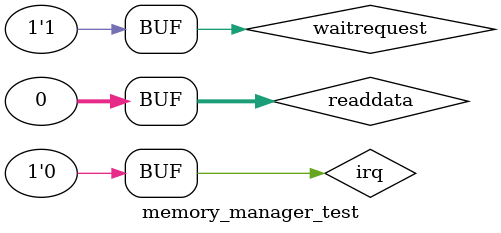
<source format=sv>
`timescale 1 ns / 1 ps

module memory_manager_test#(
    ADDRESS_WIDTH = 11
    );

    logic clock, chipselect, address, read_n, write_n, waitrequest, irq, memory_wr;
    logic [31:0] readdata;
    logic [15:0] instruction_in, instruction_out, data_0, data_1;;
    logic [ADDRESS_WIDTH - 1:0] memory_address, address_0, address_1;

    clock_generator GCLOCK(clock);

    avalon_master avm0(
        .clock_n_in(clock),
        .readdata_in(readdata),
        .waitrequest_in(waitrequest),
        .irq_in(irq),
        .chipselect_out(chipselect),
        .address_out(address),
        .read_n_out(read_n),
        .write_n_out(write_n),
        .ready_out(ready),
        .instruction_out(instruction_in)
    );

    tri_port_memory #(.ADDRESS_WIDTH(ADDRESS_WIDTH)) memory0(
      .data_in(instruction_out),
      .write_address_in(memory_address),
      .address_0_in(address_0),
      .address_1_in(address_1),
      .memory_wr_in(memory_wr),
      .read_clock_in(clock),
      .write_clock_in(!clock),
      .data_0_out(data_0),
      .data_1_out(data_1)
   );

    memory_manager mmg0(
        .clock_in(clock),
        .ready_in(ready),
        .instruction_in(instruction_in),
        .memory_wr_out(memory_wr),
        .memory_address_out(memory_address),
        .instruction_out(instruction_out)
    );

    initial 
    begin
        irq = 1'b0; waitrequest = 1'b1;
        readdata = 32'h00000000;
        #4;

        waitrequest = 1'b0;
        #2;

        irq = 1'b1; waitrequest = 1'b1;
        #2;

        readdata = 32'h00030004;
        waitrequest = 1'b0;
        #2;

        waitrequest = 1'b1;
        #2;

        readdata = 32'h00020003;
        waitrequest = 1'b0;
        #2;

        waitrequest = 1'b1;
        #2;

        readdata = 32'h00010000;
        waitrequest = 1'b0;
        #2;

        waitrequest = 1'b1;
        #2;

        readdata = 32'h00000000;
        waitrequest = 1'b0;
        #2;

        waitrequest = 1'b1;
        irq = 1'b0;
        #2;

        irq = 1'b1; 
        #2;

        readdata = 32'h0007000A;
        waitrequest = 1'b0;
        #2;

        waitrequest = 1'b1;
        #2;

        readdata = 32'h0006000B;
        waitrequest = 1'b0;
        #2;

        waitrequest = 1'b1;
        #2;

        readdata = 32'h0005000C;
        waitrequest = 1'b0;
        #2;

        waitrequest = 1'b1;
        #2;

        readdata = 32'h0004000D;
        waitrequest = 1'b0;
        #2;

        waitrequest = 1'b1;
        #2;

        readdata = 32'h0003000E;
        waitrequest = 1'b0;
        #2;

        waitrequest = 1'b1;
        #2;

        readdata = 32'h0002000F;
        waitrequest = 1'b0;
        #2;

        waitrequest = 1'b1;
        #2;

        readdata = 32'h00010000;
        waitrequest = 1'b0;
        #2;

        waitrequest = 1'b1;
        #2;

        readdata = 32'h00000000;
        waitrequest = 1'b0;
        #2;

        waitrequest = 1'b1;
        irq = 1'b0;
        #2;

    end


endmodule
</source>
